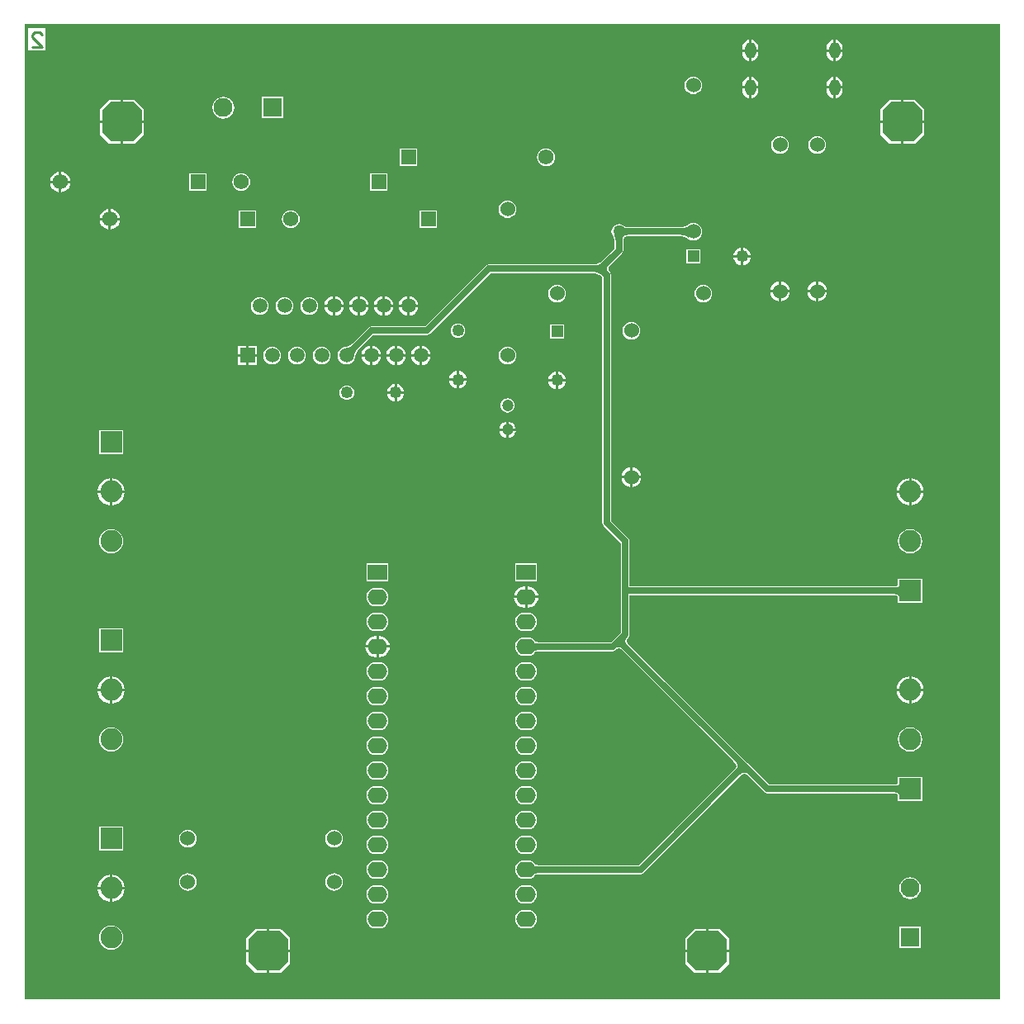
<source format=gbl>
%FSLAX66Y66*%
%MOIN*%
%SFA1B1*%

%IPPOS*%
%AMD22*
4,1,8,0.000000,-0.033500,0.000000,-0.033500,0.021700,-0.011800,0.021700,0.011800,0.000000,0.033500,0.000000,0.033500,-0.021700,0.011800,-0.021700,-0.011800,0.000000,-0.033500,0.0*
1,1,0.043307,0.000000,-0.011800*
1,1,0.043307,0.000000,-0.011800*
1,1,0.043307,0.000000,0.011800*
1,1,0.043307,0.000000,0.011800*
%
%AMD45*
4,1,8,-0.078700,-0.047200,-0.047200,-0.078700,0.047300,-0.078700,0.078800,-0.047200,0.078800,0.047300,0.047300,0.078800,-0.047200,0.078800,-0.078700,0.047300,-0.078700,-0.047200,0.0*
%
%AMD46*
4,1,8,-0.047200,-0.078700,-0.078700,-0.047200,-0.078700,0.047300,-0.047200,0.078800,0.047300,0.078800,0.078800,0.047300,0.078800,-0.047200,0.047300,-0.078700,-0.047200,-0.078700,0.0*
%
%ADD13C,0.010000*%
G04~CAMADD=22~8~0.0~0.0~433.1~669.3~216.5~0.0~15~0.0~0.0~0.0~0.0~0~0.0~0.0~0.0~0.0~0~0.0~0.0~0.0~180.0~434.0~669.0*
%ADD22D22*%
%ADD41C,0.025000*%
%ADD43O,0.078740X0.062992*%
%ADD44R,0.078740X0.062992*%
%ADD45D45*%
%ADD46D46*%
%ADD47C,0.049212*%
%ADD48R,0.049212X0.049212*%
%ADD49R,0.059055X0.059055*%
%ADD50C,0.059055*%
%ADD51R,0.062008X0.062008*%
%ADD52C,0.062008*%
%ADD53C,0.060000*%
%ADD54R,0.049212X0.049212*%
%ADD55C,0.047244*%
%ADD56C,0.076771*%
%ADD57R,0.076771X0.076771*%
%ADD58R,0.088582X0.088582*%
%ADD59C,0.088582*%
%ADD60R,0.076771X0.076771*%
%ADD61C,0.050000*%
%LNplatine-1*%
%LPD*%
G36*
X3937007Y0D02*
X0D01*
Y3937007*
X3937007*
Y0*
G37*
%LNplatine-2*%
%LPC*%
G36*
X3275078Y3874574D02*
Y3836496D01*
X3302003*
Y3843307*
X3300917Y3851570*
X3297728Y3859271*
X3292653Y3865881*
X3286043Y3870956*
X3278342Y3874145*
X3275078Y3874574*
G37*
G36*
X2934921D02*
Y3836496D01*
X2961846*
Y3843307*
X2960759Y3851570*
X2957570Y3859271*
X2952496Y3865881*
X2945885Y3870956*
X2938185Y3874145*
X2934921Y3874574*
G37*
G36*
X2924921D02*
X2921657Y3874145D01*
X2913956Y3870956*
X2907346Y3865881*
X2902271Y3859271*
X2899082Y3851570*
X2897996Y3843307*
Y3836496*
X2924921*
Y3874574*
G37*
G36*
X3265078D02*
X3261814Y3874145D01*
X3254114Y3870956*
X3247503Y3865881*
X3242429Y3859271*
X3239240Y3851570*
X3238153Y3843307*
Y3836496*
X3265078*
Y3874574*
G37*
G36*
X84992Y3919988D02*
X15007D01*
Y3830007*
X84992*
Y3919988*
G37*
G36*
X3302003Y3826496D02*
X3275078D01*
Y3788417*
X3278342Y3788846*
X3286043Y3792035*
X3292653Y3797110*
X3297728Y3803720*
X3300917Y3811421*
X3302003Y3819685*
Y3826496*
G37*
G36*
X2924921D02*
X2897996D01*
Y3819685*
X2899082Y3811421*
X2902271Y3803720*
X2907346Y3797110*
X2913956Y3792035*
X2921657Y3788846*
X2924921Y3788417*
Y3826496*
G37*
G36*
X2961846D02*
X2934921D01*
Y3788417*
X2938185Y3788846*
X2945885Y3792035*
X2952496Y3797110*
X2957570Y3803720*
X2960759Y3811421*
X2961846Y3819685*
Y3826496*
G37*
G36*
X3265078D02*
X3238153D01*
Y3819685*
X3239240Y3811421*
X3242429Y3803720*
X3247503Y3797110*
X3254114Y3792035*
X3261814Y3788846*
X3265078Y3788417*
Y3826496*
G37*
G36*
X3275078Y3724968D02*
Y3686889D01*
X3302003*
Y3693700*
X3300917Y3701964*
X3297728Y3709665*
X3292653Y3716275*
X3286043Y3721350*
X3278342Y3724539*
X3275078Y3724968*
G37*
G36*
X2934921D02*
Y3686889D01*
X2961846*
Y3693700*
X2960759Y3701964*
X2957570Y3709665*
X2952496Y3716275*
X2945885Y3721350*
X2938185Y3724539*
X2934921Y3724968*
G37*
G36*
X2924921D02*
X2921657Y3724539D01*
X2913956Y3721350*
X2907346Y3716275*
X2902271Y3709665*
X2899082Y3701964*
X2897996Y3693700*
Y3686889*
X2924921*
Y3724968*
G37*
G36*
X3265078D02*
X3261814Y3724539D01*
X3254114Y3721350*
X3247503Y3716275*
X3242429Y3709665*
X3239240Y3701964*
X3238153Y3693700*
Y3686889*
X3265078*
Y3724968*
G37*
G36*
X2700000Y3725854D02*
X2690862Y3724649D01*
X2682350Y3721122*
X2675039Y3715511*
X2669429Y3708200*
X2665901Y3699688*
X2664696Y3690551*
X2665901Y3681413*
X2669429Y3672901*
X2675039Y3665590*
X2682350Y3659980*
X2690862Y3656452*
X2700000Y3655248*
X2709137Y3656452*
X2717649Y3659980*
X2724960Y3665590*
X2730570Y3672901*
X2734098Y3681413*
X2735303Y3690551*
X2734098Y3699688*
X2730570Y3708200*
X2724960Y3715511*
X2717649Y3721122*
X2709137Y3724649*
X2700000Y3725854*
G37*
G36*
X3302003Y3676889D02*
X3275078D01*
Y3638811*
X3278342Y3639240*
X3286043Y3642429*
X3292653Y3647503*
X3297728Y3654114*
X3300917Y3661814*
X3302003Y3670078*
Y3676889*
G37*
G36*
X2924921D02*
X2897996D01*
Y3670078*
X2899082Y3661814*
X2902271Y3654114*
X2907346Y3647503*
X2913956Y3642429*
X2921657Y3639240*
X2924921Y3638811*
Y3676889*
G37*
G36*
X2961846D02*
X2934921D01*
Y3638811*
X2938185Y3639240*
X2945885Y3642429*
X2952496Y3647503*
X2957570Y3654114*
X2960759Y3661814*
X2961846Y3670078*
Y3676889*
G37*
G36*
X3265078D02*
X3238153D01*
Y3670078*
X3239240Y3661814*
X3242429Y3654114*
X3247503Y3647503*
X3254114Y3642429*
X3261814Y3639240*
X3265078Y3638811*
Y3676889*
G37*
G36*
X1043385Y3643385D02*
X956614D01*
Y3556614*
X1043385*
Y3643385*
G37*
G36*
X803149Y3643759D02*
X791822Y3642267D01*
X781267Y3637897*
X772204Y3630944*
X765251Y3621881*
X760881Y3611326*
X759389Y3600000*
X760881Y3588673*
X765251Y3578118*
X772204Y3569059*
X781267Y3562102*
X791822Y3557732*
X803149Y3556240*
X814476Y3557732*
X825027Y3562102*
X834090Y3569059*
X841047Y3578118*
X845417Y3588673*
X846909Y3600000*
X845417Y3611326*
X841047Y3621881*
X834090Y3630944*
X825027Y3637897*
X814476Y3642267*
X803149Y3643759*
G37*
G36*
X3590551Y3632244D02*
X3548307D01*
Y3548307*
X3632244*
Y3590551*
X3631468Y3594452*
X3629255Y3597759*
X3597759Y3629255*
X3594452Y3631468*
X3590551Y3632244*
G37*
G36*
X3538307D02*
X3496062D01*
X3492161Y3631468*
X3488854Y3629255*
X3457358Y3597759*
X3455145Y3594452*
X3454370Y3590551*
Y3548307*
X3538307*
Y3632244*
G37*
G36*
X440944D02*
X398700D01*
Y3548307*
X482637*
Y3590551*
X481862Y3594452*
X479649Y3597759*
X448153Y3629255*
X444846Y3631468*
X440944Y3632244*
G37*
G36*
X388700D02*
X346456D01*
X342555Y3631468*
X339248Y3629255*
X307751Y3597759*
X305539Y3594452*
X304763Y3590551*
Y3548307*
X388700*
Y3632244*
G37*
G36*
X3632244Y3538307D02*
X3548307D01*
Y3454370*
X3590551*
X3594452Y3455145*
X3597759Y3457358*
X3629255Y3488854*
X3631468Y3492161*
X3632244Y3496062*
Y3538307*
G37*
G36*
X3538307D02*
X3454370D01*
Y3496062*
X3455145Y3492161*
X3457358Y3488854*
X3488854Y3457358*
X3492161Y3455145*
X3496062Y3454370*
X3538307*
Y3538307*
G37*
G36*
X482637D02*
X398700D01*
Y3454370*
X440944*
X444846Y3455145*
X448153Y3457358*
X479649Y3488854*
X481862Y3492161*
X482637Y3496062*
Y3538307*
G37*
G36*
X388700D02*
X304763D01*
Y3496062*
X305539Y3492161*
X307751Y3488854*
X339248Y3457358*
X342555Y3455145*
X346456Y3454370*
X388700*
Y3538307*
G37*
G36*
X3200000Y3485303D02*
X3190862Y3484098D01*
X3182350Y3480570*
X3175039Y3474960*
X3169429Y3467649*
X3165901Y3459137*
X3164696Y3450000*
X3165901Y3440862*
X3169429Y3432350*
X3175039Y3425039*
X3182350Y3419429*
X3190862Y3415901*
X3200000Y3414696*
X3209137Y3415901*
X3217649Y3419429*
X3224960Y3425039*
X3230570Y3432350*
X3234098Y3440862*
X3235303Y3450000*
X3234098Y3459137*
X3230570Y3467649*
X3224960Y3474960*
X3217649Y3480570*
X3209137Y3484098*
X3200000Y3485303*
G37*
G36*
X3050000D02*
X3040862Y3484098D01*
X3032350Y3480570*
X3025039Y3474960*
X3019429Y3467649*
X3015901Y3459137*
X3014696Y3450000*
X3015901Y3440862*
X3019429Y3432350*
X3025039Y3425039*
X3032350Y3419429*
X3040862Y3415901*
X3050000Y3414696*
X3059137Y3415901*
X3067649Y3419429*
X3074960Y3425039*
X3080570Y3432350*
X3084098Y3440862*
X3085303Y3450000*
X3084098Y3459137*
X3080570Y3467649*
X3074960Y3474960*
X3067649Y3480570*
X3059137Y3484098*
X3050000Y3485303*
G37*
G36*
X1586003Y3436003D02*
X1513996D01*
Y3363996*
X1586003*
Y3436003*
G37*
G36*
X2105118Y3436314D02*
X2095720Y3435078D01*
X2086960Y3431448*
X2079440Y3425677*
X2073669Y3418157*
X2070039Y3409397*
X2068803Y3400000*
X2070039Y3390602*
X2073669Y3381842*
X2079440Y3374322*
X2086960Y3368551*
X2095720Y3364921*
X2105118Y3363685*
X2114515Y3364921*
X2123275Y3368551*
X2130795Y3374322*
X2136566Y3381842*
X2140196Y3390602*
X2141433Y3400000*
X2140196Y3409397*
X2136566Y3418157*
X2130795Y3425677*
X2123275Y3431448*
X2114515Y3435078*
X2105118Y3436314*
G37*
G36*
X149881Y3340700D02*
Y3305000D01*
X185582*
X184830Y3310704*
X180696Y3320677*
X174125Y3329244*
X165559Y3335818*
X155586Y3339948*
X149881Y3340700*
G37*
G36*
X139881D02*
X134177Y3339948D01*
X124204Y3335818*
X115637Y3329244*
X109066Y3320677*
X104933Y3310704*
X104181Y3305000*
X139881*
Y3340700*
G37*
G36*
X1466122Y3336003D02*
X1394114D01*
Y3263996*
X1466122*
Y3336003*
G37*
G36*
X736003D02*
X663996D01*
Y3263996*
X736003*
Y3336003*
G37*
G36*
X875000Y3336314D02*
X865602Y3335078D01*
X856842Y3331448*
X849322Y3325677*
X843551Y3318157*
X839921Y3309397*
X838685Y3300000*
X839921Y3290602*
X843551Y3281842*
X849322Y3274322*
X856842Y3268551*
X865602Y3264921*
X875000Y3263685*
X884397Y3264921*
X893157Y3268551*
X900677Y3274322*
X906448Y3281842*
X910078Y3290602*
X911314Y3300000*
X910078Y3309397*
X906448Y3318157*
X900677Y3325677*
X893157Y3331448*
X884397Y3335078*
X875000Y3336314*
G37*
G36*
X185582Y3295000D02*
X149881D01*
Y3259299*
X155586Y3260051*
X165559Y3264181*
X174125Y3270755*
X180696Y3279322*
X184830Y3289295*
X185582Y3295000*
G37*
G36*
X139881D02*
X104181D01*
X104933Y3289295*
X109066Y3279322*
X115637Y3270755*
X124204Y3264181*
X134177Y3260051*
X139881Y3259299*
Y3295000*
G37*
G36*
X1950000Y3225854D02*
X1940862Y3224649D01*
X1932350Y3221122*
X1925039Y3215511*
X1919429Y3208200*
X1915901Y3199688*
X1914696Y3190551*
X1915901Y3181413*
X1919429Y3172901*
X1925039Y3165590*
X1932350Y3159980*
X1940862Y3156452*
X1950000Y3155248*
X1959137Y3156452*
X1967649Y3159980*
X1974960Y3165590*
X1980570Y3172901*
X1984098Y3181413*
X1985303Y3190551*
X1984098Y3199688*
X1980570Y3208200*
X1974960Y3215511*
X1967649Y3221122*
X1959137Y3224649*
X1950000Y3225854*
G37*
G36*
X349881Y3190700D02*
Y3155000D01*
X385582*
X384830Y3160704*
X380700Y3170677*
X374125Y3179244*
X365559Y3185814*
X355586Y3189948*
X349881Y3190700*
G37*
G36*
X339881D02*
X334177Y3189948D01*
X324204Y3185814*
X315637Y3179244*
X309062Y3170677*
X304933Y3160704*
X304181Y3155000*
X339881*
Y3190700*
G37*
G36*
X2700000Y3135303D02*
X2690862Y3134098D01*
X2682350Y3130570*
X2679523Y3128405*
X2678574Y3128188*
X2675720Y3126169*
X2672866Y3124472*
X2669818Y3122960*
X2666574Y3121645*
X2663125Y3120519*
X2659472Y3119590*
X2655681Y3118877*
X2647161Y3118019*
X2642598Y3117909*
X2642448Y3117842*
X2446901*
X2446744Y3117909*
X2442641Y3117980*
X2435220Y3118539*
X2432035Y3119003*
X2429082Y3119598*
X2426409Y3120311*
X2424023Y3121129*
X2421929Y3122043*
X2420110Y3123039*
X2418314Y3124271*
X2417393Y3124468*
X2415129Y3126204*
X2407830Y3129228*
X2400000Y3130259*
X2392169Y3129228*
X2384870Y3126204*
X2378602Y3121397*
X2373795Y3115129*
X2370771Y3107830*
X2369740Y3100000*
X2370771Y3092169*
X2373795Y3084870*
X2375535Y3082606*
X2375728Y3081685*
X2376960Y3079889*
X2377956Y3078070*
X2378870Y3075976*
X2379688Y3073590*
X2380401Y3070921*
X2380996Y3067964*
X2381460Y3064779*
X2382019Y3057358*
X2382090Y3053255*
X2382157Y3053098*
Y3032389*
X2333960Y2984192*
X2333814Y2984137*
X2330350Y2980917*
X2326917Y2978169*
X2323374Y2975759*
X2319708Y2973681*
X2315917Y2971925*
X2312000Y2970488*
X2307933Y2969366*
X2303720Y2968562*
X2299354Y2968078*
X2294629Y2967909*
X2294484Y2967842*
X1875000*
X1868173Y2966484*
X1862381Y2962618*
X1617610Y2717842*
X1400000*
X1393173Y2716484*
X1387381Y2712618*
X1327374Y2652610*
X1327216Y2652547*
X1323897Y2649377*
X1320677Y2646590*
X1317472Y2644102*
X1314283Y2641909*
X1311110Y2640003*
X1307956Y2638385*
X1304822Y2637047*
X1301704Y2635984*
X1298594Y2635185*
X1295275Y2634614*
X1294452Y2634094*
X1290988Y2633637*
X1282586Y2630161*
X1275374Y2624625*
X1269838Y2617413*
X1266362Y2609011*
X1265173Y2600000*
X1266362Y2590988*
X1269838Y2582586*
X1275374Y2575374*
X1282586Y2569838*
X1290988Y2566362*
X1300000Y2565173*
X1309011Y2566362*
X1317413Y2569838*
X1324625Y2575374*
X1330161Y2582586*
X1333637Y2590988*
X1334094Y2594448*
X1334614Y2595275*
X1335185Y2598594*
X1335980Y2601704*
X1337047Y2604822*
X1338385Y2607956*
X1340003Y2611110*
X1341909Y2614283*
X1344059Y2617409*
X1349425Y2623948*
X1352547Y2627220*
X1352610Y2627374*
X1407389Y2682157*
X1625000*
X1631826Y2683515*
X1637618Y2687381*
X1882389Y2932157*
X2294484*
X2294629Y2932090*
X2299354Y2931921*
X2303720Y2931437*
X2307937Y2930633*
X2312000Y2929511*
X2315917Y2928074*
X2319708Y2926318*
X2323374Y2924240*
X2326917Y2921830*
X2330350Y2919082*
X2332157Y2917401*
Y1925000*
X2333515Y1918173*
X2337381Y1912381*
X2407157Y1842610*
Y1648720*
Y1482389*
X2387007Y1462244*
X2366862Y1442094*
X2087405*
X2087255Y1442161*
X2087224Y1442149*
X2087196Y1442161*
X2080700Y1442283*
X2075062Y1442641*
X2070200Y1443220*
X2066149Y1444003*
X2063755Y1444704*
X2058901Y1451027*
X2056720Y1452704*
X2056669Y1452842*
X2056346Y1452992*
X2056271Y1453051*
X2056086Y1453385*
X2055677Y1453503*
X2051279Y1456877*
X2042401Y1460555*
X2032874Y1461811*
X2017125*
X2007598Y1460555*
X1998720Y1456877*
X1991098Y1451027*
X1985248Y1443405*
X1981570Y1434527*
X1980314Y1425000*
X1981570Y1415472*
X1985248Y1406594*
X1991098Y1398972*
X1998720Y1393122*
X2007598Y1389444*
X2017125Y1388188*
X2032874*
X2042401Y1389444*
X2051279Y1393122*
X2053437Y1394775*
X2053948Y1394885*
X2054177Y1395236*
X2054566Y1395381*
X2054751Y1395783*
X2058901Y1398972*
X2062582Y1403767*
X2065125Y1404496*
X2069204Y1405267*
X2079996Y1406220*
X2086468Y1406342*
X2086625Y1406409*
X2374251*
X2381078Y1407767*
X2385728Y1410874*
X2386185Y1410972*
X2386370Y1411263*
X2386696Y1411377*
X2389751Y1414106*
X2392452Y1415948*
X2394996Y1417157*
X2397393Y1417803*
X2399732Y1417960*
X2402129Y1417641*
X2404681Y1416799*
X2407433Y1415354*
X2410374Y1413244*
X2413669Y1410259*
X2413807Y1410212*
X2866437Y957582*
X2866484Y957448*
X2869444Y954157*
X2871500Y951220*
X2872881Y948460*
X2873657Y945870*
X2873905Y943389*
X2873657Y940913*
X2872881Y938322*
X2871500Y935559*
X2869444Y932622*
X2866484Y929334*
X2866437Y929196*
X2479330Y542094*
X2087405*
X2087255Y542161*
X2087224Y542149*
X2087196Y542161*
X2080700Y542283*
X2075062Y542641*
X2070200Y543220*
X2066149Y544000*
X2063755Y544708*
X2058901Y551027*
X2056720Y552704*
X2056669Y552842*
X2056346Y552992*
X2056271Y553051*
X2056086Y553385*
X2055677Y553503*
X2051279Y556877*
X2042401Y560555*
X2032874Y561811*
X2017125*
X2007598Y560555*
X1998720Y556877*
X1991098Y551027*
X1985248Y543405*
X1981570Y534527*
X1980314Y525000*
X1981570Y515472*
X1985248Y506594*
X1991098Y498972*
X1998720Y493122*
X2007598Y489444*
X2017125Y488188*
X2032874*
X2042401Y489444*
X2051279Y493122*
X2053437Y494775*
X2053948Y494885*
X2054177Y495236*
X2054566Y495381*
X2054751Y495783*
X2058901Y498972*
X2062582Y503767*
X2065125Y504496*
X2069204Y505267*
X2079996Y506220*
X2086468Y506342*
X2086625Y506409*
X2486724*
X2493551Y507767*
X2499338Y511633*
X2891669Y903964*
X2891803Y904011*
X2895094Y906972*
X2898031Y909027*
X2900791Y910409*
X2903381Y911185*
X2905862Y911433*
X2908338Y911185*
X2910929Y910409*
X2913692Y909027*
X2916629Y906972*
X2919917Y904011*
X2920055Y903964*
X2986633Y837381*
X2989531Y835448*
X2992425Y833515*
X2999251Y832157*
X3505535*
X3505685Y832090*
X3510291Y831968*
X3514192Y831625*
X3517496Y831078*
X3520177Y830358*
X3522224Y829527*
X3523653Y828657*
X3524547Y827834*
X3525070Y827051*
X3525381Y826169*
X3525566Y824429*
X3525708Y824169*
Y800708*
X3624291*
Y899291*
X3525708*
Y875830*
X3525566Y875570*
X3525381Y873830*
X3525070Y872948*
X3524547Y872165*
X3523653Y871342*
X3522224Y870472*
X3520177Y869641*
X3517496Y868921*
X3514192Y868374*
X3510291Y868031*
X3505685Y867909*
X3505535Y867842*
X3006641*
X2918476Y956007*
X2439039Y1435444*
X2438992Y1435582*
X2436007Y1438877*
X2433897Y1441818*
X2432452Y1444570*
X2431610Y1447122*
X2431291Y1449519*
X2431448Y1451858*
X2432094Y1454259*
X2433303Y1456799*
X2435145Y1459500*
X2437874Y1462555*
X2437988Y1462881*
X2438279Y1463066*
X2438377Y1463523*
X2441484Y1468173*
X2442842Y1475000*
Y1632157*
X3505535*
X3505685Y1632090*
X3510291Y1631968*
X3514192Y1631625*
X3517496Y1631078*
X3520177Y1630358*
X3522224Y1629527*
X3523653Y1628657*
X3524547Y1627834*
X3525070Y1627051*
X3525381Y1626169*
X3525566Y1624429*
X3525708Y1624169*
Y1600708*
X3624291*
Y1699291*
X3525708*
Y1675830*
X3525566Y1675570*
X3525381Y1673830*
X3525070Y1672948*
X3524547Y1672165*
X3523653Y1671342*
X3522224Y1670472*
X3520177Y1669641*
X3517496Y1668921*
X3514192Y1668374*
X3510291Y1668031*
X3505685Y1667909*
X3505535Y1667842*
X2442842*
Y1850000*
X2441484Y1856826*
X2437618Y1862618*
X2367842Y1932389*
Y2925000*
X2366484Y2931826*
X2363444Y2936377*
X2363362Y2936811*
X2363015Y2937043*
X2362877Y2937440*
X2360224Y2940417*
X2358452Y2943039*
X2357303Y2945507*
X2356696Y2947846*
X2356570Y2950141*
X2356913Y2952507*
X2357775Y2955051*
X2359240Y2957799*
X2361366Y2960744*
X2364362Y2964039*
X2364409Y2964177*
X2412618Y3012381*
X2416484Y3018173*
X2417842Y3025000*
Y3053098*
X2417909Y3053255*
X2417980Y3057358*
X2418539Y3064779*
X2419003Y3067964*
X2419598Y3070921*
X2420311Y3073590*
X2421129Y3075976*
X2422007Y3077992*
X2424027Y3078870*
X2426409Y3079688*
X2429078Y3080401*
X2432035Y3080996*
X2435220Y3081460*
X2442641Y3082019*
X2446744Y3082090*
X2446901Y3082157*
X2642448*
X2642598Y3082090*
X2647232Y3081980*
X2651527Y3081661*
X2655606Y3081137*
X2659472Y3080409*
X2663125Y3079480*
X2666574Y3078354*
X2669818Y3077039*
X2672866Y3075527*
X2675720Y3073826*
X2678574Y3071811*
X2679523Y3071594*
X2682350Y3069429*
X2690862Y3065901*
X2700000Y3064696*
X2709137Y3065901*
X2717649Y3069429*
X2724960Y3075039*
X2730570Y3082350*
X2734098Y3090862*
X2735303Y3100000*
X2734098Y3109137*
X2730570Y3117649*
X2724960Y3124960*
X2717649Y3130570*
X2709137Y3134098*
X2700000Y3135303*
G37*
G36*
X1666122Y3186003D02*
X1594114D01*
Y3113996*
X1666122*
Y3186003*
G37*
G36*
X936003D02*
X863996D01*
Y3113996*
X936003*
Y3186003*
G37*
G36*
X1075000Y3186314D02*
X1065602Y3185078D01*
X1056842Y3181448*
X1049322Y3175677*
X1043551Y3168157*
X1039921Y3159397*
X1038685Y3150000*
X1039921Y3140602*
X1043551Y3131842*
X1049322Y3124322*
X1056842Y3118551*
X1065602Y3114921*
X1075000Y3113685*
X1084397Y3114921*
X1093157Y3118551*
X1100677Y3124322*
X1106448Y3131842*
X1110078Y3140602*
X1111314Y3150000*
X1110078Y3159397*
X1106448Y3168157*
X1100677Y3175677*
X1093157Y3181448*
X1084397Y3185078*
X1075000Y3186314*
G37*
G36*
X385582Y3145000D02*
X349881D01*
Y3109299*
X355586Y3110051*
X365559Y3114185*
X374125Y3120755*
X380700Y3129322*
X384830Y3139295*
X385582Y3145000*
G37*
G36*
X339881D02*
X304181D01*
X304933Y3139295*
X309062Y3129322*
X315637Y3120755*
X324204Y3114185*
X334177Y3110051*
X339881Y3109299*
Y3145000*
G37*
G36*
X2901850Y3034248D02*
Y3005000D01*
X2931098*
X2930566Y3009035*
X2927078Y3017452*
X2921531Y3024681*
X2914303Y3030228*
X2905885Y3033716*
X2901850Y3034248*
G37*
G36*
X2891850D02*
X2887814Y3033716D01*
X2879397Y3030228*
X2872169Y3024681*
X2866622Y3017452*
X2863133Y3009035*
X2862602Y3005000*
X2891850*
Y3034248*
G37*
G36*
X2729606Y3029606D02*
X2670393D01*
Y2970393*
X2729606*
Y3029606*
G37*
G36*
X2931098Y2995000D02*
X2901850D01*
Y2965751*
X2905885Y2966283*
X2914303Y2969771*
X2921531Y2975318*
X2927078Y2982547*
X2930566Y2990964*
X2931098Y2995000*
G37*
G36*
X2891850D02*
X2862602D01*
X2863133Y2990964*
X2866622Y2982547*
X2872169Y2975318*
X2879397Y2969771*
X2887814Y2966283*
X2891850Y2965751*
Y2995000*
G37*
G36*
X3205000Y2899133D02*
Y2864448D01*
X3239685*
X3238972Y2869889*
X3234940Y2879622*
X3228527Y2887976*
X3220173Y2894389*
X3210440Y2898421*
X3205000Y2899133*
G37*
G36*
X3055000D02*
Y2864448D01*
X3089688*
X3088968Y2869889*
X3084940Y2879622*
X3078527Y2887976*
X3070173Y2894389*
X3060440Y2898421*
X3055000Y2899133*
G37*
G36*
X3195000D02*
X3189559Y2898421D01*
X3179826Y2894389*
X3171472Y2887976*
X3165059Y2879622*
X3161031Y2869889*
X3160311Y2864448*
X3195000*
Y2899133*
G37*
G36*
X3045000D02*
X3039559Y2898421D01*
X3029826Y2894389*
X3021472Y2887976*
X3015059Y2879622*
X3011027Y2869889*
X3010314Y2864448*
X3045000*
Y2899133*
G37*
G36*
X3239685Y2854448D02*
X3205000D01*
Y2819759*
X3210440Y2820480*
X3220173Y2824507*
X3228527Y2830921*
X3234940Y2839275*
X3238972Y2849007*
X3239685Y2854448*
G37*
G36*
X3089688D02*
X3055000D01*
Y2819759*
X3060440Y2820480*
X3070173Y2824507*
X3078527Y2830921*
X3084940Y2839275*
X3088968Y2849007*
X3089688Y2854448*
G37*
G36*
X3195000D02*
X3160311D01*
X3161031Y2849007*
X3165059Y2839275*
X3171472Y2830921*
X3179826Y2824507*
X3189559Y2820480*
X3195000Y2819759*
Y2854448*
G37*
G36*
X3045000D02*
X3010314D01*
X3011027Y2849007*
X3015059Y2839275*
X3021472Y2830921*
X3029826Y2824507*
X3039559Y2820480*
X3045000Y2819759*
Y2854448*
G37*
G36*
X2740551Y2885303D02*
X2731413Y2884098D01*
X2722901Y2880570*
X2715590Y2874960*
X2709980Y2867649*
X2706452Y2859137*
X2705248Y2850000*
X2706452Y2840862*
X2709980Y2832350*
X2715590Y2825039*
X2722901Y2819429*
X2731413Y2815901*
X2740551Y2814696*
X2749688Y2815901*
X2758200Y2819429*
X2765511Y2825039*
X2771122Y2832350*
X2774649Y2840862*
X2775854Y2850000*
X2774649Y2859137*
X2771122Y2867649*
X2765511Y2874960*
X2758200Y2880570*
X2749688Y2884098*
X2740551Y2885303*
G37*
G36*
X2150000D02*
X2140862Y2884098D01*
X2132350Y2880570*
X2125039Y2874960*
X2119429Y2867649*
X2115901Y2859137*
X2114696Y2850000*
X2115901Y2840862*
X2119429Y2832350*
X2125039Y2825039*
X2132350Y2819429*
X2140862Y2815901*
X2150000Y2814696*
X2159137Y2815901*
X2167649Y2819429*
X2174960Y2825039*
X2180570Y2832350*
X2184098Y2840862*
X2185303Y2850000*
X2184098Y2859137*
X2180570Y2867649*
X2174960Y2874960*
X2167649Y2880570*
X2159137Y2884098*
X2150000Y2885303*
G37*
G36*
X1555000Y2839208D02*
Y2805000D01*
X1589208*
X1588511Y2810318*
X1584527Y2819933*
X1578192Y2828192*
X1569933Y2834527*
X1560318Y2838511*
X1555000Y2839208*
G37*
G36*
X1455000D02*
Y2805000D01*
X1489208*
X1488511Y2810318*
X1484527Y2819933*
X1478192Y2828192*
X1469933Y2834527*
X1460318Y2838511*
X1455000Y2839208*
G37*
G36*
X1355000D02*
Y2805000D01*
X1389208*
X1388511Y2810318*
X1384527Y2819933*
X1378192Y2828192*
X1369933Y2834527*
X1360318Y2838511*
X1355000Y2839208*
G37*
G36*
X1255000D02*
Y2805000D01*
X1289208*
X1288511Y2810318*
X1284527Y2819933*
X1278192Y2828192*
X1269933Y2834527*
X1260318Y2838511*
X1255000Y2839208*
G37*
G36*
X1545000D02*
X1539681Y2838511D01*
X1530066Y2834527*
X1521807Y2828192*
X1515472Y2819933*
X1511488Y2810318*
X1510791Y2805000*
X1545000*
Y2839208*
G37*
G36*
X1445000D02*
X1439681Y2838511D01*
X1430066Y2834527*
X1421807Y2828192*
X1415472Y2819933*
X1411488Y2810318*
X1410791Y2805000*
X1445000*
Y2839208*
G37*
G36*
X1345000D02*
X1339681Y2838511D01*
X1330066Y2834527*
X1321807Y2828192*
X1315472Y2819933*
X1311488Y2810318*
X1310791Y2805000*
X1345000*
Y2839208*
G37*
G36*
X1245000D02*
X1239681Y2838511D01*
X1230066Y2834527*
X1221807Y2828192*
X1215472Y2819933*
X1211488Y2810318*
X1210791Y2805000*
X1245000*
Y2839208*
G37*
G36*
X1150000Y2834826D02*
X1140988Y2833637D01*
X1132586Y2830161*
X1125374Y2824625*
X1119838Y2817413*
X1116362Y2809011*
X1115173Y2800000*
X1116362Y2790988*
X1119838Y2782586*
X1125374Y2775374*
X1132586Y2769838*
X1140988Y2766362*
X1150000Y2765173*
X1159011Y2766362*
X1167413Y2769838*
X1174625Y2775374*
X1180161Y2782586*
X1183637Y2790988*
X1184826Y2800000*
X1183637Y2809011*
X1180161Y2817413*
X1174625Y2824625*
X1167413Y2830161*
X1159011Y2833637*
X1150000Y2834826*
G37*
G36*
X1050000D02*
X1040988Y2833637D01*
X1032586Y2830161*
X1025374Y2824625*
X1019838Y2817413*
X1016362Y2809011*
X1015173Y2800000*
X1016362Y2790988*
X1019838Y2782586*
X1025374Y2775374*
X1032586Y2769838*
X1040988Y2766362*
X1050000Y2765173*
X1059011Y2766362*
X1067413Y2769838*
X1074625Y2775374*
X1080161Y2782586*
X1083637Y2790988*
X1084826Y2800000*
X1083637Y2809011*
X1080161Y2817413*
X1074625Y2824625*
X1067413Y2830161*
X1059011Y2833637*
X1050000Y2834826*
G37*
G36*
X950000D02*
X940988Y2833637D01*
X932586Y2830161*
X925374Y2824625*
X919838Y2817413*
X916362Y2809011*
X915173Y2800000*
X916362Y2790988*
X919838Y2782586*
X925374Y2775374*
X932586Y2769838*
X940988Y2766362*
X950000Y2765173*
X959011Y2766362*
X967413Y2769838*
X974625Y2775374*
X980161Y2782586*
X983637Y2790988*
X984826Y2800000*
X983637Y2809011*
X980161Y2817413*
X974625Y2824625*
X967413Y2830161*
X959011Y2833637*
X950000Y2834826*
G37*
G36*
X1589208Y2795000D02*
X1555000D01*
Y2760791*
X1560318Y2761488*
X1569933Y2765472*
X1578192Y2771807*
X1584527Y2780066*
X1588511Y2789681*
X1589208Y2795000*
G37*
G36*
X1489208D02*
X1455000D01*
Y2760791*
X1460318Y2761488*
X1469933Y2765472*
X1478192Y2771807*
X1484527Y2780066*
X1488511Y2789681*
X1489208Y2795000*
G37*
G36*
X1389208D02*
X1355000D01*
Y2760791*
X1360318Y2761488*
X1369933Y2765472*
X1378192Y2771807*
X1384527Y2780066*
X1388511Y2789681*
X1389208Y2795000*
G37*
G36*
X1289208D02*
X1255000D01*
Y2760791*
X1260318Y2761488*
X1269933Y2765472*
X1278192Y2771807*
X1284527Y2780066*
X1288511Y2789681*
X1289208Y2795000*
G37*
G36*
X1545000D02*
X1510791D01*
X1511488Y2789681*
X1515472Y2780066*
X1521807Y2771807*
X1530066Y2765472*
X1539681Y2761488*
X1545000Y2760791*
Y2795000*
G37*
G36*
X1445000D02*
X1410791D01*
X1411488Y2789681*
X1415472Y2780066*
X1421807Y2771807*
X1430066Y2765472*
X1439681Y2761488*
X1445000Y2760791*
Y2795000*
G37*
G36*
X1345000D02*
X1310791D01*
X1311488Y2789681*
X1315472Y2780066*
X1321807Y2771807*
X1330066Y2765472*
X1339681Y2761488*
X1345000Y2760791*
Y2795000*
G37*
G36*
X1245000D02*
X1210791D01*
X1211488Y2789681*
X1215472Y2780066*
X1221807Y2771807*
X1230066Y2765472*
X1239681Y2761488*
X1245000Y2760791*
Y2795000*
G37*
G36*
X1750000Y2729862D02*
X1742271Y2728846D01*
X1735070Y2725862*
X1728885Y2721114*
X1724137Y2714929*
X1721157Y2707728*
X1720137Y2700000*
X1721157Y2692271*
X1724137Y2685070*
X1728885Y2678885*
X1735070Y2674137*
X1742271Y2671157*
X1750000Y2670137*
X1757728Y2671157*
X1764929Y2674137*
X1771114Y2678885*
X1775862Y2685070*
X1778846Y2692271*
X1779862Y2700000*
X1778846Y2707728*
X1775862Y2714929*
X1771114Y2721114*
X1764929Y2725862*
X1757728Y2728846*
X1750000Y2729862*
G37*
G36*
X2179606Y2726456D02*
X2120393D01*
Y2667244*
X2179606*
Y2726456*
G37*
G36*
X2450000Y2735303D02*
X2440862Y2734098D01*
X2432350Y2730570*
X2425039Y2724960*
X2419429Y2717649*
X2415901Y2709137*
X2414696Y2700000*
X2415901Y2690862*
X2419429Y2682350*
X2425039Y2675039*
X2432350Y2669429*
X2440862Y2665901*
X2450000Y2664696*
X2459137Y2665901*
X2467649Y2669429*
X2474960Y2675039*
X2480570Y2682350*
X2484098Y2690862*
X2485303Y2700000*
X2484098Y2709137*
X2480570Y2717649*
X2474960Y2724960*
X2467649Y2730570*
X2459137Y2734098*
X2450000Y2735303*
G37*
G36*
X1605000Y2639208D02*
Y2605000D01*
X1639208*
X1638511Y2610318*
X1634527Y2619933*
X1628192Y2628192*
X1619933Y2634527*
X1610318Y2638511*
X1605000Y2639208*
G37*
G36*
X1505000D02*
Y2605000D01*
X1539208*
X1538511Y2610318*
X1534527Y2619933*
X1528192Y2628192*
X1519933Y2634527*
X1510318Y2638511*
X1505000Y2639208*
G37*
G36*
X1405000D02*
Y2605000D01*
X1439208*
X1438511Y2610318*
X1434527Y2619933*
X1428192Y2628192*
X1419933Y2634527*
X1410318Y2638511*
X1405000Y2639208*
G37*
G36*
X939527Y2639527D02*
X905000D01*
Y2605000*
X939527*
Y2639527*
G37*
G36*
X1595000Y2639208D02*
X1589681Y2638511D01*
X1580066Y2634527*
X1571807Y2628192*
X1565472Y2619933*
X1561488Y2610318*
X1560791Y2605000*
X1595000*
Y2639208*
G37*
G36*
X1495000D02*
X1489681Y2638511D01*
X1480066Y2634527*
X1471807Y2628192*
X1465472Y2619933*
X1461488Y2610318*
X1460791Y2605000*
X1495000*
Y2639208*
G37*
G36*
X1395000D02*
X1389681Y2638511D01*
X1380066Y2634527*
X1371807Y2628192*
X1365472Y2619933*
X1361488Y2610318*
X1360791Y2605000*
X1395000*
Y2639208*
G37*
G36*
X895000Y2639527D02*
X860472D01*
Y2605000*
X895000*
Y2639527*
G37*
G36*
X1200000Y2634826D02*
X1190988Y2633637D01*
X1182586Y2630161*
X1175374Y2624625*
X1169838Y2617413*
X1166362Y2609011*
X1165173Y2600000*
X1166362Y2590988*
X1169838Y2582586*
X1175374Y2575374*
X1182586Y2569838*
X1190988Y2566362*
X1200000Y2565173*
X1209011Y2566362*
X1217413Y2569838*
X1224625Y2575374*
X1230161Y2582586*
X1233637Y2590988*
X1234826Y2600000*
X1233637Y2609011*
X1230161Y2617413*
X1224625Y2624625*
X1217413Y2630161*
X1209011Y2633637*
X1200000Y2634826*
G37*
G36*
X1100000D02*
X1090988Y2633637D01*
X1082586Y2630161*
X1075374Y2624625*
X1069838Y2617413*
X1066362Y2609011*
X1065173Y2600000*
X1066362Y2590988*
X1069838Y2582586*
X1075374Y2575374*
X1082586Y2569838*
X1090988Y2566362*
X1100000Y2565173*
X1109011Y2566362*
X1117413Y2569838*
X1124625Y2575374*
X1130161Y2582586*
X1133637Y2590988*
X1134826Y2600000*
X1133637Y2609011*
X1130161Y2617413*
X1124625Y2624625*
X1117413Y2630161*
X1109011Y2633637*
X1100000Y2634826*
G37*
G36*
X1000000D02*
X990988Y2633637D01*
X982586Y2630161*
X975374Y2624625*
X969838Y2617413*
X966362Y2609011*
X965173Y2600000*
X966362Y2590988*
X969838Y2582586*
X975374Y2575374*
X982586Y2569838*
X990988Y2566362*
X1000000Y2565173*
X1009011Y2566362*
X1017413Y2569838*
X1024625Y2575374*
X1030161Y2582586*
X1033637Y2590988*
X1034826Y2600000*
X1033637Y2609011*
X1030161Y2617413*
X1024625Y2624625*
X1017413Y2630161*
X1009011Y2633637*
X1000000Y2634826*
G37*
G36*
X1950000Y2635303D02*
X1940862Y2634098D01*
X1932350Y2630570*
X1925039Y2624960*
X1919429Y2617649*
X1915901Y2609137*
X1914696Y2600000*
X1915901Y2590862*
X1919429Y2582350*
X1925039Y2575039*
X1932350Y2569429*
X1940862Y2565901*
X1950000Y2564696*
X1959137Y2565901*
X1967649Y2569429*
X1974960Y2575039*
X1980570Y2582350*
X1984098Y2590862*
X1985303Y2600000*
X1984098Y2609137*
X1980570Y2617649*
X1974960Y2624960*
X1967649Y2630570*
X1959137Y2634098*
X1950000Y2635303*
G37*
G36*
X1439208Y2595000D02*
X1405000D01*
Y2560791*
X1410318Y2561488*
X1419933Y2565472*
X1428192Y2571807*
X1434527Y2580066*
X1438511Y2589681*
X1439208Y2595000*
G37*
G36*
X1639208D02*
X1605000D01*
Y2560791*
X1610318Y2561488*
X1619933Y2565472*
X1628192Y2571807*
X1634527Y2580066*
X1638511Y2589681*
X1639208Y2595000*
G37*
G36*
X1539208D02*
X1505000D01*
Y2560791*
X1510318Y2561488*
X1519933Y2565472*
X1528192Y2571807*
X1534527Y2580066*
X1538511Y2589681*
X1539208Y2595000*
G37*
G36*
X1595000D02*
X1560791D01*
X1561488Y2589681*
X1565472Y2580066*
X1571807Y2571807*
X1580066Y2565472*
X1589681Y2561488*
X1595000Y2560791*
Y2595000*
G37*
G36*
X1495000D02*
X1460791D01*
X1461488Y2589681*
X1465472Y2580066*
X1471807Y2571807*
X1480066Y2565472*
X1489681Y2561488*
X1495000Y2560791*
Y2595000*
G37*
G36*
X1395000D02*
X1360791D01*
X1361488Y2589681*
X1365472Y2580066*
X1371807Y2571807*
X1380066Y2565472*
X1389681Y2561488*
X1395000Y2560791*
Y2595000*
G37*
G36*
X939527D02*
X905000D01*
Y2560472*
X939527*
Y2595000*
G37*
G36*
X895000D02*
X860472D01*
Y2560472*
X895000*
Y2595000*
G37*
G36*
X1755000Y2537397D02*
Y2508149D01*
X1784248*
X1783716Y2512185*
X1780228Y2520602*
X1774681Y2527830*
X1767452Y2533377*
X1759035Y2536866*
X1755000Y2537397*
G37*
G36*
X1745000D02*
X1740964Y2536866D01*
X1732547Y2533377*
X1725318Y2527830*
X1719771Y2520602*
X1716283Y2512185*
X1715751Y2508149*
X1745000*
Y2537397*
G37*
G36*
X2155000Y2534248D02*
Y2505000D01*
X2184248*
X2183716Y2509035*
X2180228Y2517452*
X2174681Y2524681*
X2167452Y2530228*
X2159035Y2533716*
X2155000Y2534248*
G37*
G36*
X2145000D02*
X2140964Y2533716D01*
X2132547Y2530228*
X2125318Y2524681*
X2119771Y2517452*
X2116283Y2509035*
X2115751Y2505000*
X2145000*
Y2534248*
G37*
G36*
X1784248Y2498149D02*
X1755000D01*
Y2468901*
X1759035Y2469433*
X1767452Y2472921*
X1774681Y2478468*
X1780228Y2485696*
X1783716Y2494114*
X1784248Y2498149*
G37*
G36*
X1745000D02*
X1715751D01*
X1716283Y2494114*
X1719771Y2485696*
X1725318Y2478468*
X1732547Y2472921*
X1740964Y2469433*
X1745000Y2468901*
Y2498149*
G37*
G36*
X2184248Y2495000D02*
X2155000D01*
Y2465751*
X2159035Y2466283*
X2167452Y2469771*
X2174681Y2475318*
X2180228Y2482547*
X2183716Y2490964*
X2184248Y2495000*
G37*
G36*
X2145000D02*
X2115751D01*
X2116283Y2490964*
X2119771Y2482547*
X2125318Y2475318*
X2132547Y2469771*
X2140964Y2466283*
X2145000Y2465751*
Y2495000*
G37*
G36*
X1503425Y2484248D02*
Y2455000D01*
X1532673*
X1532141Y2459035*
X1528653Y2467452*
X1523106Y2474681*
X1515877Y2480228*
X1507460Y2483716*
X1503425Y2484248*
G37*
G36*
X1493425D02*
X1489389Y2483716D01*
X1480972Y2480228*
X1473744Y2474681*
X1468196Y2467452*
X1464708Y2459035*
X1464177Y2455000*
X1493425*
Y2484248*
G37*
G36*
X1301574Y2479862D02*
X1293846Y2478846D01*
X1286645Y2475862*
X1280460Y2471114*
X1275712Y2464929*
X1272732Y2457728*
X1271712Y2450000*
X1272732Y2442271*
X1275712Y2435070*
X1280460Y2428885*
X1286645Y2424137*
X1293846Y2421153*
X1301574Y2420137*
X1309303Y2421153*
X1316503Y2424137*
X1322688Y2428885*
X1327437Y2435070*
X1330417Y2442271*
X1331437Y2450000*
X1330417Y2457728*
X1327437Y2464929*
X1322688Y2471114*
X1316503Y2475862*
X1309303Y2478846*
X1301574Y2479862*
G37*
G36*
X1532673Y2445000D02*
X1503425D01*
Y2415751*
X1507460Y2416283*
X1515877Y2419771*
X1523106Y2425318*
X1528653Y2432547*
X1532141Y2440964*
X1532673Y2445000*
G37*
G36*
X1493425D02*
X1464177D01*
X1464708Y2440964*
X1468196Y2432547*
X1473744Y2425318*
X1480972Y2419771*
X1489389Y2416283*
X1493425Y2415751*
Y2445000*
G37*
G36*
X1950000Y2427295D02*
X1942527Y2426311D01*
X1935566Y2423425*
X1929586Y2418838*
X1925000Y2412858*
X1922114Y2405897*
X1921129Y2398425*
X1922114Y2390952*
X1925000Y2383992*
X1929586Y2378011*
X1935566Y2373425*
X1942527Y2370539*
X1950000Y2369555*
X1957472Y2370539*
X1964433Y2373425*
X1970413Y2378011*
X1975000Y2383992*
X1977885Y2390952*
X1978870Y2398425*
X1977885Y2405897*
X1975000Y2412858*
X1970413Y2418838*
X1964433Y2423425*
X1957472Y2426311*
X1950000Y2427295*
G37*
G36*
X1955000Y2333251D02*
Y2305000D01*
X1983251*
X1982755Y2308775*
X1979370Y2316956*
X1973980Y2323980*
X1966956Y2329370*
X1958775Y2332755*
X1955000Y2333251*
G37*
G36*
X1945000D02*
X1941224Y2332755D01*
X1933043Y2329370*
X1926019Y2323980*
X1920629Y2316956*
X1917244Y2308775*
X1916744Y2305000*
X1945000*
Y2333251*
G37*
G36*
X1983251Y2295000D02*
X1955000D01*
Y2266748*
X1958775Y2267244*
X1966956Y2270629*
X1973980Y2276019*
X1979370Y2283043*
X1982755Y2291224*
X1983251Y2295000*
G37*
G36*
X1945000D02*
X1916744D01*
X1917244Y2291224*
X1920629Y2283043*
X1926019Y2276019*
X1933043Y2270629*
X1941224Y2267244*
X1945000Y2266748*
Y2295000*
G37*
G36*
X399291Y2299291D02*
X300708D01*
Y2200708*
X399291*
Y2299291*
G37*
G36*
X2455000Y2149137D02*
Y2114448D01*
X2489685*
X2488968Y2119889*
X2484940Y2129622*
X2478527Y2137976*
X2470173Y2144389*
X2460440Y2148421*
X2455000Y2149137*
G37*
G36*
X2445000D02*
X2439559Y2148421D01*
X2429826Y2144389*
X2421472Y2137976*
X2415059Y2129622*
X2411031Y2119889*
X2410314Y2114448*
X2445000*
Y2149137*
G37*
G36*
X2489685Y2104448D02*
X2455000D01*
Y2069759*
X2460440Y2070476*
X2470173Y2074507*
X2478527Y2080921*
X2484940Y2089275*
X2488968Y2099007*
X2489685Y2104448*
G37*
G36*
X2445000D02*
X2410314D01*
X2411031Y2099007*
X2415059Y2089275*
X2421472Y2080921*
X2429826Y2074507*
X2439559Y2070476*
X2445000Y2069759*
Y2104448*
G37*
G36*
X3580000Y2104102D02*
Y2055000D01*
X3629102*
X3627893Y2064173*
X3622425Y2077377*
X3613720Y2088720*
X3602381Y2097425*
X3589173Y2102893*
X3580000Y2104102*
G37*
G36*
X355000D02*
Y2055000D01*
X404102*
X402893Y2064173*
X397425Y2077377*
X388720Y2088720*
X377381Y2097425*
X364173Y2102893*
X355000Y2104102*
G37*
G36*
X345000D02*
X335826Y2102893D01*
X322618Y2097425*
X311279Y2088720*
X302578Y2077377*
X297106Y2064173*
X295897Y2055000*
X345000*
Y2104102*
G37*
G36*
X3570000D02*
X3560826Y2102893D01*
X3547622Y2097425*
X3536279Y2088720*
X3527574Y2077377*
X3522106Y2064173*
X3520897Y2055000*
X3570000*
Y2104102*
G37*
G36*
X3629102Y2045000D02*
X3580000D01*
Y1995897*
X3589173Y1997106*
X3602381Y2002578*
X3613720Y2011279*
X3622425Y2022618*
X3627893Y2035826*
X3629102Y2045000*
G37*
G36*
X404102D02*
X355000D01*
Y1995897*
X364173Y1997106*
X377381Y2002578*
X388720Y2011279*
X397425Y2022618*
X402893Y2035826*
X404102Y2045000*
G37*
G36*
X345000D02*
X295897D01*
X297106Y2035826*
X302578Y2022618*
X311279Y2011279*
X322618Y2002578*
X335826Y1997106*
X345000Y1995897*
Y2045000*
G37*
G36*
X3570000D02*
X3520897D01*
X3522106Y2035826*
X3527574Y2022618*
X3536279Y2011279*
X3547622Y2002578*
X3560826Y1997106*
X3570000Y1995897*
Y2045000*
G37*
G36*
X3575000Y1899716D02*
X3562133Y1898023D01*
X3550141Y1893055*
X3539846Y1885153*
X3531944Y1874858*
X3526976Y1862866*
X3525283Y1850000*
X3526976Y1837133*
X3531944Y1825141*
X3539846Y1814846*
X3550141Y1806944*
X3562133Y1801976*
X3575000Y1800283*
X3587866Y1801976*
X3599858Y1806944*
X3610153Y1814846*
X3618055Y1825141*
X3623023Y1837133*
X3624716Y1850000*
X3623023Y1862866*
X3618055Y1874858*
X3610153Y1885153*
X3599858Y1893055*
X3587866Y1898023*
X3575000Y1899716*
G37*
G36*
X350000D02*
X337133Y1898023D01*
X325141Y1893055*
X314846Y1885153*
X306944Y1874858*
X301976Y1862866*
X300283Y1850000*
X301976Y1837133*
X306944Y1825141*
X314846Y1814846*
X325141Y1806944*
X337133Y1801976*
X350000Y1800283*
X362866Y1801976*
X374858Y1806944*
X385153Y1814846*
X393055Y1825141*
X398023Y1837133*
X399716Y1850000*
X398023Y1862866*
X393055Y1874858*
X385153Y1885153*
X374858Y1893055*
X362866Y1898023*
X350000Y1899716*
G37*
G36*
X2069370Y1761496D02*
X1980629D01*
Y1688503*
X2069370*
Y1761496*
G37*
G36*
X1469370D02*
X1380629D01*
Y1688503*
X1469370*
Y1761496*
G37*
G36*
X2032874Y1666854D02*
X2030000D01*
Y1630000*
X2074070*
X2073303Y1635834*
X2069122Y1645925*
X2062468Y1654594*
X2053799Y1661248*
X2043704Y1665429*
X2032874Y1666854*
G37*
G36*
X2020000D02*
X2017125D01*
X2006295Y1665429*
X1996196Y1661248*
X1987531Y1654594*
X1980877Y1645925*
X1976696Y1635834*
X1975929Y1630000*
X2020000*
Y1666854*
G37*
G36*
X1432874Y1661811D02*
X1417125D01*
X1407598Y1660555*
X1398720Y1656877*
X1391098Y1651027*
X1385248Y1643405*
X1381570Y1634527*
X1380314Y1625000*
X1381570Y1615472*
X1385248Y1606594*
X1391098Y1598972*
X1398720Y1593122*
X1407598Y1589444*
X1417125Y1588188*
X1432874*
X1442401Y1589444*
X1451279Y1593122*
X1458901Y1598972*
X1464751Y1606594*
X1468429Y1615472*
X1469685Y1625000*
X1468429Y1634527*
X1464751Y1643405*
X1458901Y1651027*
X1451279Y1656877*
X1442401Y1660555*
X1432874Y1661811*
G37*
G36*
X2074070Y1620000D02*
X2030000D01*
Y1583145*
X2032874*
X2043704Y1584570*
X2053799Y1588751*
X2062468Y1595405*
X2069122Y1604074*
X2073303Y1614169*
X2074070Y1620000*
G37*
G36*
X2020000D02*
X1975929D01*
X1976696Y1614169*
X1980877Y1604074*
X1987531Y1595405*
X1996196Y1588751*
X2006295Y1584570*
X2017125Y1583145*
X2020000*
Y1620000*
G37*
G36*
X2032874Y1561811D02*
X2017125D01*
X2007598Y1560555*
X1998720Y1556877*
X1991098Y1551027*
X1985248Y1543405*
X1981570Y1534527*
X1980314Y1525000*
X1981570Y1515472*
X1985248Y1506594*
X1991098Y1498972*
X1998720Y1493122*
X2007598Y1489444*
X2017125Y1488188*
X2032874*
X2042401Y1489444*
X2051279Y1493122*
X2058901Y1498972*
X2064751Y1506594*
X2068429Y1515472*
X2069685Y1525000*
X2068429Y1534527*
X2064751Y1543405*
X2058901Y1551027*
X2051279Y1556877*
X2042401Y1560555*
X2032874Y1561811*
G37*
G36*
X1432874D02*
X1417125D01*
X1407598Y1560555*
X1398720Y1556877*
X1391098Y1551027*
X1385248Y1543405*
X1381570Y1534527*
X1380314Y1525000*
X1381570Y1515472*
X1385248Y1506594*
X1391098Y1498972*
X1398720Y1493122*
X1407598Y1489444*
X1417125Y1488188*
X1432874*
X1442401Y1489444*
X1451279Y1493122*
X1458901Y1498972*
X1464751Y1506594*
X1468429Y1515472*
X1469685Y1525000*
X1468429Y1534527*
X1464751Y1543405*
X1458901Y1551027*
X1451279Y1556877*
X1442401Y1560555*
X1432874Y1561811*
G37*
G36*
Y1466854D02*
X1430000D01*
Y1430000*
X1474070*
X1473303Y1435830*
X1469122Y1445929*
X1462468Y1454594*
X1453803Y1461248*
X1443708Y1465429*
X1432874Y1466854*
G37*
G36*
X1420000D02*
X1417125D01*
X1406291Y1465429*
X1396200Y1461248*
X1387531Y1454594*
X1380877Y1445929*
X1376696Y1435830*
X1375929Y1430000*
X1420000*
Y1466854*
G37*
G36*
X399291Y1499291D02*
X300708D01*
Y1400708*
X399291*
Y1499291*
G37*
G36*
X1474070Y1420000D02*
X1430000D01*
Y1383145*
X1432874*
X1443708Y1384570*
X1453803Y1388751*
X1462468Y1395405*
X1469122Y1404070*
X1473303Y1414165*
X1474070Y1420000*
G37*
G36*
X1420000D02*
X1375929D01*
X1376696Y1414165*
X1380877Y1404070*
X1387531Y1395405*
X1396200Y1388751*
X1406291Y1384570*
X1417125Y1383145*
X1420000*
Y1420000*
G37*
G36*
X2032874Y1361811D02*
X2017125D01*
X2007598Y1360555*
X1998720Y1356877*
X1991098Y1351027*
X1985248Y1343405*
X1981570Y1334527*
X1980314Y1325000*
X1981570Y1315472*
X1985248Y1306594*
X1991098Y1298972*
X1998720Y1293122*
X2007598Y1289444*
X2017125Y1288188*
X2032874*
X2042401Y1289444*
X2051279Y1293122*
X2058901Y1298972*
X2064751Y1306594*
X2068429Y1315472*
X2069685Y1325000*
X2068429Y1334527*
X2064751Y1343405*
X2058901Y1351027*
X2051279Y1356877*
X2042401Y1360555*
X2032874Y1361811*
G37*
G36*
X1432874D02*
X1417125D01*
X1407598Y1360555*
X1398720Y1356877*
X1391098Y1351027*
X1385248Y1343405*
X1381570Y1334527*
X1380314Y1325000*
X1381570Y1315472*
X1385248Y1306594*
X1391098Y1298972*
X1398720Y1293122*
X1407598Y1289444*
X1417125Y1288188*
X1432874*
X1442401Y1289444*
X1451279Y1293122*
X1458901Y1298972*
X1464751Y1306594*
X1468429Y1315472*
X1469685Y1325000*
X1468429Y1334527*
X1464751Y1343405*
X1458901Y1351027*
X1451279Y1356877*
X1442401Y1360555*
X1432874Y1361811*
G37*
G36*
X3580000Y1304102D02*
Y1255000D01*
X3629102*
X3627893Y1264173*
X3622425Y1277377*
X3613720Y1288720*
X3602381Y1297425*
X3589173Y1302893*
X3580000Y1304102*
G37*
G36*
X355000D02*
Y1255000D01*
X404102*
X402893Y1264173*
X397425Y1277377*
X388720Y1288720*
X377381Y1297425*
X364173Y1302893*
X355000Y1304102*
G37*
G36*
X345000D02*
X335826Y1302893D01*
X322618Y1297425*
X311279Y1288720*
X302578Y1277377*
X297106Y1264173*
X295897Y1255000*
X345000*
Y1304102*
G37*
G36*
X3570000D02*
X3560826Y1302893D01*
X3547622Y1297425*
X3536279Y1288720*
X3527574Y1277377*
X3522106Y1264173*
X3520897Y1255000*
X3570000*
Y1304102*
G37*
G36*
X3629102Y1245000D02*
X3580000D01*
Y1195897*
X3589173Y1197106*
X3602381Y1202578*
X3613720Y1211279*
X3622425Y1222622*
X3627893Y1235826*
X3629102Y1245000*
G37*
G36*
X404102D02*
X355000D01*
Y1195897*
X364173Y1197106*
X377381Y1202578*
X388720Y1211279*
X397425Y1222622*
X402893Y1235826*
X404102Y1245000*
G37*
G36*
X345000D02*
X295897D01*
X297106Y1235826*
X302578Y1222622*
X311279Y1211279*
X322618Y1202578*
X335826Y1197106*
X345000Y1195897*
Y1245000*
G37*
G36*
X3570000D02*
X3520897D01*
X3522106Y1235826*
X3527574Y1222622*
X3536279Y1211279*
X3547622Y1202578*
X3560826Y1197106*
X3570000Y1195897*
Y1245000*
G37*
G36*
X2032874Y1261811D02*
X2017125D01*
X2007598Y1260555*
X1998720Y1256877*
X1991098Y1251027*
X1985248Y1243405*
X1981570Y1234527*
X1980314Y1225000*
X1981570Y1215472*
X1985248Y1206594*
X1991098Y1198972*
X1998720Y1193122*
X2007598Y1189444*
X2017125Y1188188*
X2032874*
X2042401Y1189444*
X2051279Y1193122*
X2058901Y1198972*
X2064751Y1206594*
X2068429Y1215472*
X2069685Y1225000*
X2068429Y1234527*
X2064751Y1243405*
X2058901Y1251027*
X2051279Y1256877*
X2042401Y1260555*
X2032874Y1261811*
G37*
G36*
X1432874D02*
X1417125D01*
X1407598Y1260555*
X1398720Y1256877*
X1391098Y1251027*
X1385248Y1243405*
X1381570Y1234527*
X1380314Y1225000*
X1381570Y1215472*
X1385248Y1206594*
X1391098Y1198972*
X1398720Y1193122*
X1407598Y1189444*
X1417125Y1188188*
X1432874*
X1442401Y1189444*
X1451279Y1193122*
X1458901Y1198972*
X1464751Y1206594*
X1468429Y1215472*
X1469685Y1225000*
X1468429Y1234527*
X1464751Y1243405*
X1458901Y1251027*
X1451279Y1256877*
X1442401Y1260555*
X1432874Y1261811*
G37*
G36*
X2032874Y1161811D02*
X2017125D01*
X2007598Y1160555*
X1998720Y1156877*
X1991098Y1151027*
X1985248Y1143405*
X1981570Y1134527*
X1980314Y1125000*
X1981570Y1115472*
X1985248Y1106594*
X1991098Y1098972*
X1998720Y1093122*
X2007598Y1089444*
X2017125Y1088188*
X2032874*
X2042401Y1089444*
X2051279Y1093122*
X2058901Y1098972*
X2064751Y1106594*
X2068429Y1115472*
X2069685Y1125000*
X2068429Y1134527*
X2064751Y1143405*
X2058901Y1151027*
X2051279Y1156877*
X2042401Y1160555*
X2032874Y1161811*
G37*
G36*
X1432874D02*
X1417125D01*
X1407598Y1160555*
X1398720Y1156877*
X1391098Y1151027*
X1385248Y1143405*
X1381570Y1134527*
X1380314Y1125000*
X1381570Y1115472*
X1385248Y1106594*
X1391098Y1098972*
X1398720Y1093122*
X1407598Y1089444*
X1417125Y1088188*
X1432874*
X1442401Y1089444*
X1451279Y1093122*
X1458901Y1098972*
X1464751Y1106594*
X1468429Y1115472*
X1469685Y1125000*
X1468429Y1134527*
X1464751Y1143405*
X1458901Y1151027*
X1451279Y1156877*
X1442401Y1160555*
X1432874Y1161811*
G37*
G36*
X3575000Y1099716D02*
X3562133Y1098023D01*
X3550141Y1093055*
X3539846Y1085153*
X3531944Y1074858*
X3526976Y1062866*
X3525283Y1050000*
X3526976Y1037133*
X3531944Y1025141*
X3539846Y1014846*
X3550141Y1006944*
X3562133Y1001976*
X3575000Y1000283*
X3587866Y1001976*
X3599858Y1006944*
X3610153Y1014846*
X3618055Y1025141*
X3623023Y1037133*
X3624716Y1050000*
X3623023Y1062866*
X3618055Y1074858*
X3610153Y1085153*
X3599858Y1093055*
X3587866Y1098023*
X3575000Y1099716*
G37*
G36*
X350000D02*
X337133Y1098023D01*
X325141Y1093055*
X314846Y1085153*
X306944Y1074858*
X301976Y1062866*
X300283Y1050000*
X301976Y1037133*
X306944Y1025141*
X314846Y1014846*
X325141Y1006944*
X337133Y1001976*
X350000Y1000283*
X362866Y1001976*
X374858Y1006944*
X385153Y1014846*
X393055Y1025141*
X398023Y1037133*
X399716Y1050000*
X398023Y1062866*
X393055Y1074858*
X385153Y1085153*
X374858Y1093055*
X362866Y1098023*
X350000Y1099716*
G37*
G36*
X2032874Y1061811D02*
X2017125D01*
X2007598Y1060555*
X1998720Y1056877*
X1991098Y1051027*
X1985248Y1043405*
X1981570Y1034527*
X1980314Y1025000*
X1981570Y1015472*
X1985248Y1006594*
X1991098Y998972*
X1998720Y993122*
X2007598Y989444*
X2017125Y988188*
X2032874*
X2042401Y989444*
X2051279Y993122*
X2058901Y998972*
X2064751Y1006594*
X2068429Y1015472*
X2069685Y1025000*
X2068429Y1034527*
X2064751Y1043405*
X2058901Y1051027*
X2051279Y1056877*
X2042401Y1060555*
X2032874Y1061811*
G37*
G36*
X1432874D02*
X1417125D01*
X1407598Y1060555*
X1398720Y1056877*
X1391098Y1051027*
X1385248Y1043405*
X1381570Y1034527*
X1380314Y1025000*
X1381570Y1015472*
X1385248Y1006594*
X1391098Y998972*
X1398720Y993122*
X1407598Y989444*
X1417125Y988188*
X1432874*
X1442401Y989444*
X1451279Y993122*
X1458901Y998972*
X1464751Y1006594*
X1468429Y1015472*
X1469685Y1025000*
X1468429Y1034527*
X1464751Y1043405*
X1458901Y1051027*
X1451279Y1056877*
X1442401Y1060555*
X1432874Y1061811*
G37*
G36*
X2032874Y961811D02*
X2017125D01*
X2007598Y960555*
X1998720Y956877*
X1991098Y951027*
X1985248Y943405*
X1981570Y934527*
X1980314Y925000*
X1981570Y915472*
X1985248Y906594*
X1991098Y898972*
X1998720Y893122*
X2007598Y889444*
X2017125Y888188*
X2032874*
X2042401Y889444*
X2051279Y893122*
X2058901Y898972*
X2064751Y906594*
X2068429Y915472*
X2069685Y925000*
X2068429Y934527*
X2064751Y943405*
X2058901Y951027*
X2051279Y956877*
X2042401Y960555*
X2032874Y961811*
G37*
G36*
X1432874D02*
X1417125D01*
X1407598Y960555*
X1398720Y956877*
X1391098Y951027*
X1385248Y943405*
X1381570Y934527*
X1380314Y925000*
X1381570Y915472*
X1385248Y906594*
X1391098Y898972*
X1398720Y893122*
X1407598Y889444*
X1417125Y888188*
X1432874*
X1442401Y889444*
X1451279Y893122*
X1458901Y898972*
X1464751Y906594*
X1468429Y915472*
X1469685Y925000*
X1468429Y934527*
X1464751Y943405*
X1458901Y951027*
X1451279Y956877*
X1442401Y960555*
X1432874Y961811*
G37*
G36*
X2032874Y861811D02*
X2017125D01*
X2007598Y860555*
X1998720Y856877*
X1991098Y851027*
X1985248Y843405*
X1981570Y834527*
X1980314Y825000*
X1981570Y815472*
X1985248Y806594*
X1991098Y798972*
X1998720Y793122*
X2007598Y789444*
X2017125Y788188*
X2032874*
X2042401Y789444*
X2051279Y793122*
X2058901Y798972*
X2064751Y806594*
X2068429Y815472*
X2069685Y825000*
X2068429Y834527*
X2064751Y843405*
X2058901Y851027*
X2051279Y856877*
X2042401Y860555*
X2032874Y861811*
G37*
G36*
X1432874D02*
X1417125D01*
X1407598Y860555*
X1398720Y856877*
X1391098Y851027*
X1385248Y843405*
X1381570Y834527*
X1380314Y825000*
X1381570Y815472*
X1385248Y806594*
X1391098Y798972*
X1398720Y793122*
X1407598Y789444*
X1417125Y788188*
X1432874*
X1442401Y789444*
X1451279Y793122*
X1458901Y798972*
X1464751Y806594*
X1468429Y815472*
X1469685Y825000*
X1468429Y834527*
X1464751Y843405*
X1458901Y851027*
X1451279Y856877*
X1442401Y860555*
X1432874Y861811*
G37*
G36*
X2032874Y761811D02*
X2017125D01*
X2007598Y760555*
X1998720Y756877*
X1991098Y751027*
X1985248Y743405*
X1981570Y734527*
X1980314Y725000*
X1981570Y715472*
X1985248Y706594*
X1991098Y698972*
X1998720Y693122*
X2007598Y689444*
X2017125Y688188*
X2032874*
X2042401Y689444*
X2051279Y693122*
X2058901Y698972*
X2064751Y706594*
X2068429Y715472*
X2069685Y725000*
X2068429Y734527*
X2064751Y743405*
X2058901Y751027*
X2051279Y756877*
X2042401Y760555*
X2032874Y761811*
G37*
G36*
X1432874D02*
X1417125D01*
X1407598Y760555*
X1398720Y756877*
X1391098Y751027*
X1385248Y743405*
X1381570Y734527*
X1380314Y725000*
X1381570Y715472*
X1385248Y706594*
X1391098Y698972*
X1398720Y693122*
X1407598Y689444*
X1417125Y688188*
X1432874*
X1442401Y689444*
X1451279Y693122*
X1458901Y698972*
X1464751Y706594*
X1468429Y715472*
X1469685Y725000*
X1468429Y734527*
X1464751Y743405*
X1458901Y751027*
X1451279Y756877*
X1442401Y760555*
X1432874Y761811*
G37*
G36*
X1250000Y685303D02*
X1240862Y684098D01*
X1232350Y680570*
X1225039Y674960*
X1219429Y667649*
X1215901Y659137*
X1214696Y650000*
X1215901Y640862*
X1219429Y632350*
X1225039Y625039*
X1232350Y619429*
X1240862Y615901*
X1250000Y614696*
X1259137Y615901*
X1267649Y619429*
X1274960Y625039*
X1280570Y632350*
X1284098Y640862*
X1285303Y650000*
X1284098Y659137*
X1280570Y667649*
X1274960Y674960*
X1267649Y680570*
X1259137Y684098*
X1250000Y685303*
G37*
G36*
X659448D02*
X650311Y684098D01*
X641799Y680570*
X634488Y674960*
X628877Y667649*
X625350Y659137*
X624145Y650000*
X625350Y640862*
X628877Y632350*
X634488Y625039*
X641799Y619429*
X650311Y615901*
X659448Y614696*
X668586Y615901*
X677098Y619429*
X684409Y625039*
X690019Y632350*
X693547Y640862*
X694751Y650000*
X693547Y659137*
X690019Y667649*
X684409Y674960*
X677098Y680570*
X668586Y684098*
X659448Y685303*
G37*
G36*
X399291Y699291D02*
X300708D01*
Y600708*
X399291*
Y699291*
G37*
G36*
X2032874Y661811D02*
X2017125D01*
X2007598Y660555*
X1998720Y656877*
X1991098Y651027*
X1985248Y643405*
X1981570Y634527*
X1980314Y625000*
X1981570Y615472*
X1985248Y606594*
X1991098Y598972*
X1998720Y593122*
X2007598Y589444*
X2017125Y588188*
X2032874*
X2042401Y589444*
X2051279Y593122*
X2058901Y598972*
X2064751Y606594*
X2068429Y615472*
X2069685Y625000*
X2068429Y634527*
X2064751Y643405*
X2058901Y651027*
X2051279Y656877*
X2042401Y660555*
X2032874Y661811*
G37*
G36*
X1432874D02*
X1417125D01*
X1407598Y660555*
X1398720Y656877*
X1391098Y651027*
X1385248Y643405*
X1381570Y634527*
X1380314Y625000*
X1381570Y615472*
X1385248Y606594*
X1391098Y598972*
X1398720Y593122*
X1407598Y589444*
X1417125Y588188*
X1432874*
X1442401Y589444*
X1451279Y593122*
X1458901Y598972*
X1464751Y606594*
X1468429Y615472*
X1469685Y625000*
X1468429Y634527*
X1464751Y643405*
X1458901Y651027*
X1451279Y656877*
X1442401Y660555*
X1432874Y661811*
G37*
G36*
Y561811D02*
X1417125D01*
X1407598Y560555*
X1398720Y556877*
X1391098Y551027*
X1385248Y543405*
X1381570Y534527*
X1380314Y525000*
X1381570Y515472*
X1385248Y506594*
X1391098Y498972*
X1398720Y493122*
X1407598Y489444*
X1417125Y488188*
X1432874*
X1442401Y489444*
X1451279Y493122*
X1458901Y498972*
X1464751Y506594*
X1468429Y515472*
X1469685Y525000*
X1468429Y534527*
X1464751Y543405*
X1458901Y551027*
X1451279Y556877*
X1442401Y560555*
X1432874Y561811*
G37*
G36*
X355000Y504102D02*
Y455000D01*
X404102*
X402893Y464173*
X397425Y477381*
X388720Y488720*
X377381Y497425*
X364173Y502893*
X355000Y504102*
G37*
G36*
X345000D02*
X335826Y502893D01*
X322618Y497425*
X311279Y488720*
X302578Y477381*
X297106Y464173*
X295897Y455000*
X345000*
Y504102*
G37*
G36*
X1250000Y510303D02*
X1240862Y509098D01*
X1232350Y505570*
X1225039Y499960*
X1219429Y492649*
X1215901Y484137*
X1214696Y475000*
X1215901Y465862*
X1219429Y457350*
X1225039Y450039*
X1232350Y444429*
X1240862Y440901*
X1250000Y439696*
X1259137Y440901*
X1267649Y444429*
X1274960Y450039*
X1280570Y457350*
X1284098Y465862*
X1285303Y475000*
X1284098Y484137*
X1280570Y492649*
X1274960Y499960*
X1267649Y505570*
X1259137Y509098*
X1250000Y510303*
G37*
G36*
X659448D02*
X650311Y509098D01*
X641799Y505570*
X634488Y499960*
X628877Y492649*
X625350Y484137*
X624145Y475000*
X625350Y465862*
X628877Y457350*
X634488Y450039*
X641799Y444429*
X650311Y440901*
X659448Y439696*
X668586Y440901*
X677098Y444429*
X684409Y450039*
X690019Y457350*
X693547Y465862*
X694751Y475000*
X693547Y484137*
X690019Y492649*
X684409Y499960*
X677098Y505570*
X668586Y509098*
X659448Y510303*
G37*
G36*
X3575000Y493759D02*
X3563673Y492267D01*
X3553122Y487897*
X3544059Y480944*
X3537102Y471881*
X3532732Y461326*
X3531240Y450000*
X3532732Y438673*
X3537102Y428122*
X3544059Y419055*
X3553122Y412102*
X3563673Y407732*
X3575000Y406240*
X3586326Y407732*
X3596877Y412102*
X3605944Y419055*
X3612897Y428122*
X3617267Y438673*
X3618759Y450000*
X3617267Y461326*
X3612897Y471881*
X3605944Y480944*
X3596877Y487897*
X3586326Y492267*
X3575000Y493759*
G37*
G36*
X404102Y445000D02*
X355000D01*
Y395897*
X364173Y397106*
X377381Y402574*
X388720Y411279*
X397425Y422622*
X402893Y435826*
X404102Y445000*
G37*
G36*
X345000D02*
X295897D01*
X297106Y435826*
X302578Y422622*
X311279Y411279*
X322618Y402574*
X335826Y397106*
X345000Y395897*
Y445000*
G37*
G36*
X2032874Y461811D02*
X2017125D01*
X2007598Y460555*
X1998720Y456877*
X1991098Y451027*
X1985248Y443405*
X1981570Y434527*
X1980314Y425000*
X1981570Y415472*
X1985248Y406594*
X1991098Y398972*
X1998720Y393122*
X2007598Y389444*
X2017125Y388188*
X2032874*
X2042401Y389444*
X2051279Y393122*
X2058901Y398972*
X2064751Y406594*
X2068429Y415472*
X2069685Y425000*
X2068429Y434527*
X2064751Y443405*
X2058901Y451027*
X2051279Y456877*
X2042401Y460555*
X2032874Y461811*
G37*
G36*
X1432874D02*
X1417125D01*
X1407598Y460555*
X1398720Y456877*
X1391098Y451027*
X1385248Y443405*
X1381570Y434527*
X1380314Y425000*
X1381570Y415472*
X1385248Y406594*
X1391098Y398972*
X1398720Y393122*
X1407598Y389444*
X1417125Y388188*
X1432874*
X1442401Y389444*
X1451279Y393122*
X1458901Y398972*
X1464751Y406594*
X1468429Y415472*
X1469685Y425000*
X1468429Y434527*
X1464751Y443405*
X1458901Y451027*
X1451279Y456877*
X1442401Y460555*
X1432874Y461811*
G37*
G36*
X2032874Y361811D02*
X2017125D01*
X2007598Y360555*
X1998720Y356877*
X1991098Y351027*
X1985248Y343405*
X1981570Y334527*
X1980314Y325000*
X1981570Y315472*
X1985248Y306594*
X1991098Y298972*
X1998720Y293122*
X2007598Y289444*
X2017125Y288188*
X2032874*
X2042401Y289444*
X2051279Y293122*
X2058901Y298972*
X2064751Y306594*
X2068429Y315472*
X2069685Y325000*
X2068429Y334527*
X2064751Y343405*
X2058901Y351027*
X2051279Y356877*
X2042401Y360555*
X2032874Y361811*
G37*
G36*
X1432874D02*
X1417125D01*
X1407598Y360555*
X1398720Y356877*
X1391098Y351027*
X1385248Y343405*
X1381570Y334527*
X1380314Y325000*
X1381570Y315472*
X1385248Y306594*
X1391098Y298972*
X1398720Y293122*
X1407598Y289444*
X1417125Y288188*
X1432874*
X1442401Y289444*
X1451279Y293122*
X1458901Y298972*
X1464751Y306594*
X1468429Y315472*
X1469685Y325000*
X1468429Y334527*
X1464751Y343405*
X1458901Y351027*
X1451279Y356877*
X1442401Y360555*
X1432874Y361811*
G37*
G36*
X3618385Y296535D02*
X3531614D01*
Y209763*
X3618385*
Y296535*
G37*
G36*
X2803149Y285787D02*
X2760905D01*
Y201850*
X2844842*
Y244094*
X2844066Y247996*
X2841854Y251303*
X2810358Y282799*
X2807051Y285011*
X2803149Y285787*
G37*
G36*
X2750905D02*
X2708661D01*
X2704759Y285011*
X2701452Y282799*
X2669956Y251303*
X2667744Y247996*
X2666968Y244094*
Y201850*
X2750905*
Y285787*
G37*
G36*
X1031496D02*
X989251D01*
Y201850*
X1073188*
Y244094*
X1072413Y247996*
X1070200Y251303*
X1038704Y282799*
X1035397Y285011*
X1031496Y285787*
G37*
G36*
X979251D02*
X937007D01*
X933106Y285011*
X929799Y282799*
X898303Y251303*
X896090Y247996*
X895314Y244094*
Y201850*
X979251*
Y285787*
G37*
G36*
X350000Y299716D02*
X337133Y298023D01*
X325141Y293055*
X314846Y285153*
X306944Y274858*
X301976Y262866*
X300283Y250000*
X301976Y237133*
X306944Y225141*
X314846Y214846*
X325141Y206944*
X337133Y201976*
X350000Y200283*
X362866Y201976*
X374858Y206944*
X385153Y214846*
X393055Y225141*
X398023Y237133*
X399716Y250000*
X398023Y262866*
X393055Y274858*
X385153Y285153*
X374858Y293055*
X362866Y298023*
X350000Y299716*
G37*
G36*
X2844842Y191850D02*
X2760905D01*
Y107913*
X2803149*
X2807051Y108688*
X2810358Y110901*
X2841854Y142397*
X2844066Y145704*
X2844842Y149606*
Y191850*
G37*
G36*
X2750905D02*
X2666968D01*
Y149606*
X2667744Y145704*
X2669956Y142397*
X2701452Y110901*
X2704759Y108688*
X2708661Y107913*
X2750905*
Y191850*
G37*
G36*
X1073188D02*
X989251D01*
Y107913*
X1031496*
X1035397Y108688*
X1038704Y110901*
X1070200Y142397*
X1072413Y145704*
X1073188Y149606*
Y191850*
G37*
G36*
X979251D02*
X895314D01*
Y149606*
X896090Y145704*
X898303Y142397*
X929799Y110901*
X933106Y108688*
X937007Y107913*
X979251*
Y191850*
G37*
%LNplatine-3*%
%LPD*%
G36*
X2681700Y3076228D02*
X2678673Y3078370D01*
X2675456Y3080287*
X2672043Y3081976*
X2668437Y3083440*
X2664633Y3084681*
X2660641Y3085696*
X2656452Y3086484*
X2652070Y3087047*
X2647496Y3087385*
X2642728Y3087500*
Y3112500*
X2647496Y3112614*
X2656452Y3113515*
X2660641Y3114303*
X2664633Y3115318*
X2668437Y3116559*
X2672043Y3118023*
X2675456Y3119712*
X2678673Y3121629*
X2681700Y3123771*
Y3076228*
G37*
G36*
X2417271Y3118421D02*
X2419543Y3117177D01*
X2422062Y3116082*
X2424830Y3115129*
X2427846Y3114326*
X2431114Y3113669*
X2434625Y3113157*
X2442393Y3112574*
X2446649Y3112500*
Y3087500*
X2442393Y3087425*
X2434625Y3086842*
X2431114Y3086330*
X2427846Y3085673*
X2424830Y3084870*
X2422062Y3083917*
X2419543Y3082822*
X2418015Y3081984*
X2417177Y3080456*
X2416082Y3077937*
X2415129Y3075169*
X2414326Y3072153*
X2413669Y3068889*
X2413157Y3065374*
X2412574Y3057606*
X2412500Y3053350*
X2387500*
X2387425Y3057606*
X2386842Y3065374*
X2386330Y3068889*
X2385673Y3072153*
X2384870Y3075169*
X2383917Y3077937*
X2382822Y3080456*
X2381578Y3082728*
X2380188Y3084751*
X2415251*
Y3119811*
X2417271Y3118421*
G37*
G36*
X2360354Y2967677D02*
X2357157Y2964157D01*
X2354637Y2960669*
X2352795Y2957208*
X2351625Y2953779*
X2351137Y2950377*
X2351322Y2947011*
X2352188Y2943673*
X2353728Y2940362*
X2355944Y2937086*
X2358838Y2933838*
X2337500Y2919822*
X2333889Y2923181*
X2330137Y2926185*
X2326232Y2928838*
X2322185Y2931137*
X2317992Y2933082*
X2313649Y2934673*
X2309161Y2935909*
X2304527Y2936791*
X2299748Y2937322*
X2294822Y2937500*
Y2962500*
X2299748Y2962677*
X2304527Y2963208*
X2309161Y2964090*
X2313649Y2965326*
X2317992Y2966917*
X2322185Y2968862*
X2326232Y2971161*
X2330137Y2973814*
X2333889Y2976818*
X2337500Y2980177*
X2360354Y2967677*
G37*
G36*
X1348633Y2630956D02*
X1345370Y2627539D01*
X1339732Y2620665*
X1337354Y2617208*
X1335271Y2613740*
X1333484Y2610255*
X1331992Y2606759*
X1330791Y2603251*
X1329889Y2599728*
X1329279Y2596192*
X1296192Y2629279*
X1299728Y2629889*
X1303251Y2630791*
X1306759Y2631992*
X1310255Y2633484*
X1313740Y2635271*
X1317208Y2637354*
X1320665Y2639732*
X1324110Y2642405*
X1327539Y2645370*
X1330956Y2648633*
X1348633Y2630956*
G37*
G36*
X3530948Y1625000D02*
X3530696Y1627374D01*
X3529944Y1629500*
X3528688Y1631374*
X3526929Y1633000*
X3524669Y1634374*
X3521905Y1635500*
X3518641Y1636374*
X3514870Y1637000*
X3510602Y1637374*
X3505826Y1637500*
Y1662500*
X3510602Y1662625*
X3514870Y1663000*
X3518641Y1663625*
X3521905Y1664500*
X3524669Y1665625*
X3526929Y1667000*
X3528688Y1668625*
X3529944Y1670500*
X3530696Y1672625*
X3530948Y1675000*
Y1625000*
G37*
G36*
X2430874Y1462842D02*
X2428594Y1459500D01*
X2426996Y1456137*
X2426086Y1452751*
X2425858Y1449342*
X2426314Y1445909*
X2427452Y1442452*
X2429279Y1438972*
X2431787Y1435472*
X2434980Y1431948*
X2417303Y1414271*
X2413779Y1417464*
X2410279Y1419972*
X2406799Y1421799*
X2403342Y1422937*
X2399909Y1423393*
X2396503Y1423165*
X2393114Y1422255*
X2389751Y1420657*
X2386409Y1418377*
X2383090Y1415413*
X2390787Y1458464*
X2433838Y1466161*
X2430874Y1462842*
G37*
G36*
X2052968Y1446803D02*
X2053937Y1444692D01*
X2055610Y1442830*
X2057988Y1441216*
X2061074Y1439854*
X2064870Y1438736*
X2069366Y1437870*
X2074570Y1437248*
X2080480Y1436877*
X2087098Y1436751*
X2086370Y1411751*
X2079708Y1411629*
X2068460Y1410633*
X2063874Y1409767*
X2059980Y1408649*
X2056779Y1407283*
X2054267Y1405673*
X2052444Y1403811*
X2051318Y1401700*
X2050881Y1399346*
X2052704Y1449157*
X2052968Y1446803*
G37*
G36*
X2905862Y943389D02*
X2923539Y908035D01*
X2920003Y911216*
X2916468Y913692*
X2912933Y915460*
X2909397Y916519*
X2905862Y916874*
X2902326Y916519*
X2898791Y915460*
X2895255Y913692*
X2891720Y911216*
X2888185Y908035*
X2870507Y925712*
X2873688Y929248*
X2876161Y932783*
X2877929Y936318*
X2878992Y939854*
X2879346Y943389*
X2878992Y946925*
X2877929Y950460*
X2876161Y953996*
X2873688Y957531*
X2870507Y961066*
X2905862Y943389*
G37*
G36*
X3530948Y825000D02*
X3530696Y827374D01*
X3529944Y829500*
X3528688Y831374*
X3526929Y833000*
X3524669Y834374*
X3521905Y835500*
X3518641Y836374*
X3514870Y837000*
X3510602Y837374*
X3505826Y837500*
Y862500*
X3510602Y862625*
X3514870Y863000*
X3518641Y863625*
X3521905Y864500*
X3524669Y865625*
X3526929Y867000*
X3528688Y868625*
X3529944Y870500*
X3530696Y872625*
X3530948Y875000*
Y825000*
G37*
G36*
X2052968Y546803D02*
X2053937Y544692D01*
X2055610Y542830*
X2057988Y541220*
X2061074Y539854*
X2064870Y538736*
X2069366Y537870*
X2074570Y537248*
X2080480Y536877*
X2087098Y536751*
X2086370Y511751*
X2079708Y511625*
X2068460Y510633*
X2063874Y509767*
X2059980Y508649*
X2056779Y507283*
X2054267Y505673*
X2052444Y503811*
X2051318Y501700*
X2050881Y499346*
X2052704Y549157*
X2052968Y546803*
G37*
G54D13*
X30007Y3845011D02*
X69992D01*
X30007Y3884996*
Y3894992*
X40003Y3904992*
X59996*
X69992Y3894992*
G54D22*
X3270078Y3681889D03*
X2929921D03*
X3270078Y3831496D03*
X2929921D03*
G54D41*
X2025000Y525000D02*
X2025748Y524251D01*
X2025000Y1425000D02*
X2025748Y1424251D01*
X2905862Y943389D02*
X2999251Y850000D01*
X2399625Y1449625D02*
X2905862Y943389D01*
X2025748Y524251D02*
X2486724D01*
X2905862Y943389*
X2399625Y1449625D02*
X2425000Y1475000D01*
X2374251Y1424251D02*
X2399625Y1449625D01*
X2999251Y850000D02*
X3575000D01*
X2425000Y1648720D02*
Y1850000D01*
Y1475000D02*
Y1648720D01*
X2426279Y1650000*
X3575000*
X2325000Y2950000D02*
X2350000Y2925000D01*
Y1925000D02*
Y2925000D01*
Y1925000D02*
X2425000Y1850000D01*
X2025748Y1424251D02*
X2374251D01*
X2400000Y3025000D02*
Y3100000D01*
X2325000Y2950000D02*
X2400000Y3025000D01*
X1875000Y2950000D02*
X2325000D01*
X1625000Y2700000D02*
X1875000Y2950000D01*
X1400000Y2700000D02*
X1625000D01*
X1300000Y2600000D02*
X1400000Y2700000D01*
X2400000Y3100000D02*
X2700000D01*
G54D43*
X2025000Y325000D03*
Y425000D03*
Y525000D03*
Y625000D03*
Y725000D03*
Y825000D03*
Y925000D03*
Y1025000D03*
Y1125000D03*
Y1225000D03*
Y1325000D03*
Y1425000D03*
Y1525000D03*
Y1625000D03*
X1425000Y325000D03*
Y425000D03*
Y525000D03*
Y625000D03*
Y725000D03*
Y825000D03*
Y925000D03*
Y1025000D03*
Y1125000D03*
Y1225000D03*
Y1325000D03*
Y1425000D03*
Y1525000D03*
Y1625000D03*
G54D44*
X2025000Y1725000D03*
X1425000D03*
G54D45*
X2755905Y196850D03*
X984251D03*
G54D46*
X3543307Y3543307D03*
X393700D03*
G54D47*
X2150000Y2500000D03*
X1750000Y2503149D03*
Y2700000D03*
X1498425Y2450000D03*
X1301574D03*
X2896850Y3000000D03*
G54D48*
X2150000Y2696850D03*
G54D49*
X900000Y2600000D03*
G54D50*
X950000Y2800000D03*
X1000000Y2600000D03*
X1050000Y2800000D03*
X1100000Y2600000D03*
X1150000Y2800000D03*
X1200000Y2600000D03*
X1250000Y2800000D03*
X1300000Y2600000D03*
X1350000Y2800000D03*
X1400000Y2600000D03*
X1450000Y2800000D03*
X1500000Y2600000D03*
X1550000Y2800000D03*
X1600000Y2600000D03*
G54D51*
X1430118Y3300000D03*
X1550000Y3400000D03*
X900000Y3150000D03*
X1630118D03*
X700000Y3300000D03*
G54D52*
X875000Y3300000D03*
X2105118Y3400000D03*
X344881Y3150000D03*
X1075000D03*
X144881Y3300000D03*
G54D53*
X2700000Y3100000D03*
Y3690551D03*
X3200000Y2859448D03*
Y3450000D03*
X3050000Y2859448D03*
Y3450000D03*
X1950000Y3190551D03*
Y2600000D03*
X2740551Y2850000D03*
X2150000D03*
X2450000Y2109448D03*
Y2700000D03*
X659448Y650000D03*
X1250000D03*
X659448Y475000D03*
X1250000D03*
G54D54*
X2700000Y3000000D03*
G54D55*
X1950000Y2398425D03*
Y2300000D03*
G54D56*
X803149Y3600000D03*
X3575000Y450000D03*
G54D57*
X1000000Y3600000D03*
G54D58*
X350000Y2250000D03*
Y1450000D03*
Y650000D03*
X3575000Y1650000D03*
Y850000D03*
G54D59*
X350000Y2050000D03*
Y1850000D03*
Y1250000D03*
Y1050000D03*
Y450000D03*
Y250000D03*
X3575000Y1850000D03*
Y2050000D03*
Y1050000D03*
Y1250000D03*
G54D60*
X3575000Y253149D03*
G54D61*
X2400000Y3100000D03*
M02*
</source>
